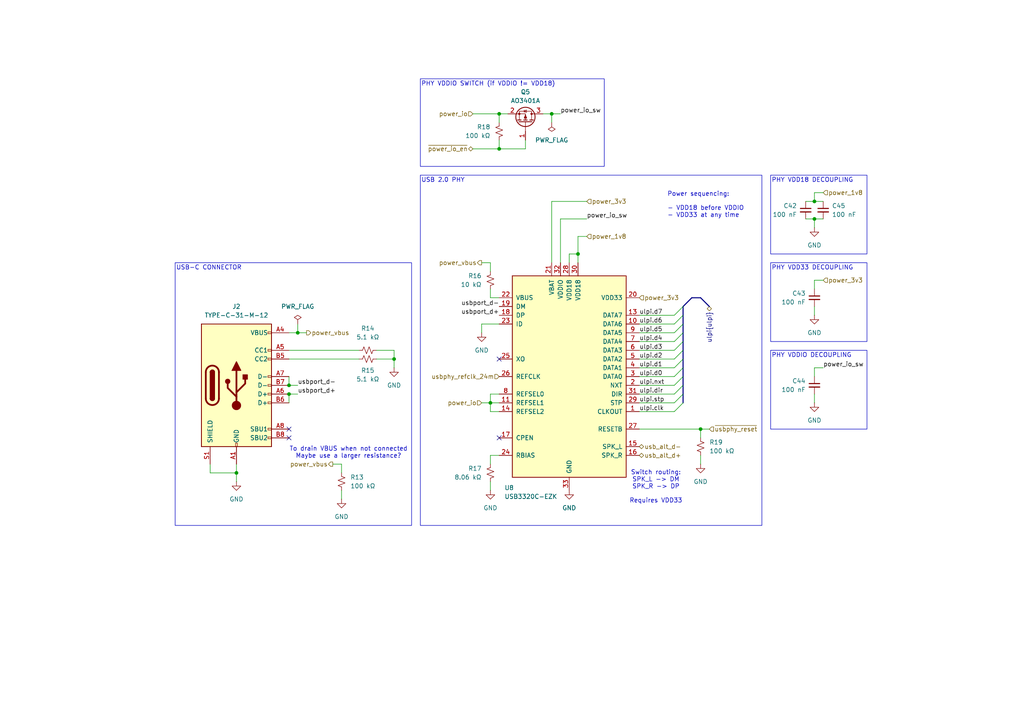
<source format=kicad_sch>
(kicad_sch (version 20250114) (generator "eeschema") (generator_version "9.0")
  (paper "A4")
  (title_block (title "USB 2.0 connector & HS PHY") (date "2024-11-14") (rev "Rev1") (comment 1 "Author: Aidan MacDonald") (comment 2 "Status: Released") (comment 3 "NOT RECOMMENDED FOR MANUFACTURE"))
  (lib_symbols
    (symbol "Connector:USB_C_Receptacle_USB2.0_16P" (pin_names (offset 1.016))
      (property "Reference" "J" (at 0 22.225 0))
      (property "Value" "USB_C_Receptacle_USB2.0_16P" (at 0 19.685 0))
      (symbol "USB_C_Receptacle_USB2.0_16P_0_0"
        (rectangle (start -0.254 -17.78) (end 0.254 -16.764))
        (rectangle (start 10.16 15.494) (end 9.144 14.986))
        (rectangle (start 10.16 10.414) (end 9.144 9.906))
        (rectangle (start 10.16 7.874) (end 9.144 7.366))
        (rectangle (start 10.16 2.794) (end 9.144 2.286))
        (rectangle (start 10.16 0.254) (end 9.144 -0.254))
        (rectangle (start 10.16 -2.286) (end 9.144 -2.794))
        (rectangle (start 10.16 -4.826) (end 9.144 -5.334))
        (rectangle (start 10.16 -12.446) (end 9.144 -12.954))
        (rectangle (start 10.16 -14.986) (end 9.144 -15.494))
      )
      (symbol "USB_C_Receptacle_USB2.0_16P_0_1"
        (rectangle (start -10.16 17.78) (end 10.16 -17.78) (stroke (width 0.254)) (fill (type background)))
        (polyline (pts (xy -8.89 -3.81) (xy -8.89 3.81)) (stroke (width 0.508)))
        (rectangle (start -7.62 -3.81) (end -6.35 3.81) (stroke (width 0.254)) (fill (type outline)))
        (arc (start -7.62 3.81) (mid -6.985 4.4423) (end -6.35 3.81) (stroke (width 0.254)))
        (arc (start -7.62 3.81) (mid -6.985 4.4423) (end -6.35 3.81) (stroke (width 0.254)) (fill (type outline)))
        (arc (start -8.89 3.81) (mid -6.985 5.7067) (end -5.08 3.81) (stroke (width 0.508)))
        (arc (start -5.08 -3.81) (mid -6.985 -5.7067) (end -8.89 -3.81) (stroke (width 0.508)))
        (arc (start -6.35 -3.81) (mid -6.985 -4.4423) (end -7.62 -3.81) (stroke (width 0.254)))
        (arc (start -6.35 -3.81) (mid -6.985 -4.4423) (end -7.62 -3.81) (stroke (width 0.254)) (fill (type outline)))
        (polyline (pts (xy -5.08 3.81) (xy -5.08 -3.81)) (stroke (width 0.508)))
        (circle (center -2.54 1.143) (radius 0.635) (stroke (width 0.254)) (fill (type outline)))
        (polyline (pts (xy -1.27 4.318) (xy 0 6.858) (xy 1.27 4.318) (xy -1.27 4.318)) (stroke (width 0.254)) (fill (type outline)))
        (polyline (pts (xy 0 -2.032) (xy 2.54 0.508) (xy 2.54 1.778)) (stroke (width 0.508)))
        (polyline (pts (xy 0 -3.302) (xy -2.54 -0.762) (xy -2.54 0.508)) (stroke (width 0.508)))
        (polyline (pts (xy 0 -5.842) (xy 0 4.318)) (stroke (width 0.508)))
        (circle (center 0 -5.842) (radius 1.27) (fill (type outline)))
        (rectangle (start 1.905 1.778) (end 3.175 3.048) (stroke (width 0.254)) (fill (type outline)))
      )
      (symbol "USB_C_Receptacle_USB2.0_16P_1_1"
        (pin passive line (at -7.62 -22.86 90) (length 5.08) (name "SHIELD") (number "S1"))
        (pin passive line (at 0 -22.86 90) (length 5.08) (name "GND") (number "A1"))
        (pin passive line (at 0 -22.86 90) (length 5.08) (hide yes) (name "GND") (number "A12"))
        (pin passive line (at 0 -22.86 90) (length 5.08) (hide yes) (name "GND") (number "B1"))
        (pin passive line (at 0 -22.86 90) (length 5.08) (hide yes) (name "GND") (number "B12"))
        (pin passive line (at 15.24 15.24 180) (length 5.08) (name "VBUS") (number "A4"))
        (pin passive line (at 15.24 15.24 180) (length 5.08) (hide yes) (name "VBUS") (number "A9"))
        (pin passive line (at 15.24 15.24 180) (length 5.08) (hide yes) (name "VBUS") (number "B4"))
        (pin passive line (at 15.24 15.24 180) (length 5.08) (hide yes) (name "VBUS") (number "B9"))
        (pin bidirectional line (at 15.24 10.16 180) (length 5.08) (name "CC1") (number "A5"))
        (pin bidirectional line (at 15.24 7.62 180) (length 5.08) (name "CC2") (number "B5"))
        (pin bidirectional line (at 15.24 2.54 180) (length 5.08) (name "D-") (number "A7"))
        (pin bidirectional line (at 15.24 0 180) (length 5.08) (name "D-") (number "B7"))
        (pin bidirectional line (at 15.24 -2.54 180) (length 5.08) (name "D+") (number "A6"))
        (pin bidirectional line (at 15.24 -5.08 180) (length 5.08) (name "D+") (number "B6"))
        (pin bidirectional line (at 15.24 -12.7 180) (length 5.08) (name "SBU1") (number "A8"))
        (pin bidirectional line (at 15.24 -15.24 180) (length 5.08) (name "SBU2") (number "B8"))
      )
    )
    (symbol "Device:C_Small" (pin_numbers (hide yes)) (pin_names (offset 0.254) (hide yes))
      (property "Reference" "C" (at 0.254 1.778 0))
      (property "Value" "C_Small" (at 0.254 -2.032 0))
      (symbol "C_Small_0_1"
        (polyline (pts (xy -1.524 0.508) (xy 1.524 0.508)) (stroke (width 0.3048)))
        (polyline (pts (xy -1.524 -0.508) (xy 1.524 -0.508)) (stroke (width 0.3302)))
      )
      (symbol "C_Small_1_1"
        (pin passive line (at 0 2.54 270) (length 2.032) (name "~") (number "1"))
        (pin passive line (at 0 -2.54 90) (length 2.032) (name "~") (number "2"))
      )
    )
    (symbol "Device:R_Small_US" (pin_numbers (hide yes)) (pin_names (offset 0.254) (hide yes))
      (property "Reference" "R" (at 0.762 0.508 0))
      (property "Value" "R_Small_US" (at 0.762 -1.016 0))
      (symbol "R_Small_US_1_1"
        (polyline (pts (xy 0 1.524) (xy 1.016 1.143) (xy 0 0.762) (xy -1.016 0.381) (xy 0 0)))
        (polyline (pts (xy 0 0) (xy 1.016 -0.381) (xy 0 -0.762) (xy -1.016 -1.143) (xy 0 -1.524)))
        (pin passive line (at 0 2.54 270) (length 1.016) (name "~") (number "1"))
        (pin passive line (at 0 -2.54 90) (length 1.016) (name "~") (number "2"))
      )
    )
    (symbol "Transistor_FET:Q_PMOS_GSD" (pin_names (offset 0) (hide yes))
      (property "Reference" "Q" (at 5.08 1.905 0))
      (property "Value" "Q_PMOS_GSD" (at 5.08 0 0))
      (symbol "Q_PMOS_GSD_0_1"
        (polyline (pts (xy 0.254 1.905) (xy 0.254 -1.905)) (stroke (width 0.254)))
        (polyline (pts (xy 0.254 0) (xy -2.54 0)))
        (polyline (pts (xy 0.762 2.286) (xy 0.762 1.27)) (stroke (width 0.254)))
        (polyline (pts (xy 0.762 1.778) (xy 3.302 1.778) (xy 3.302 -1.778) (xy 0.762 -1.778)))
        (polyline (pts (xy 0.762 0.508) (xy 0.762 -0.508)) (stroke (width 0.254)))
        (polyline (pts (xy 0.762 -1.27) (xy 0.762 -2.286)) (stroke (width 0.254)))
        (circle (center 1.651 0) (radius 2.794) (stroke (width 0.254)))
        (polyline (pts (xy 2.286 0) (xy 1.27 0.381) (xy 1.27 -0.381) (xy 2.286 0)) (fill (type outline)))
        (polyline (pts (xy 2.54 2.54) (xy 2.54 1.778)))
        (circle (center 2.54 1.778) (radius 0.254) (fill (type outline)))
        (circle (center 2.54 -1.778) (radius 0.254) (fill (type outline)))
        (polyline (pts (xy 2.54 -2.54) (xy 2.54 0) (xy 0.762 0)))
        (polyline (pts (xy 2.921 -0.381) (xy 3.683 -0.381)))
        (polyline (pts (xy 3.302 -0.381) (xy 2.921 0.254) (xy 3.683 0.254) (xy 3.302 -0.381)))
      )
      (symbol "Q_PMOS_GSD_1_1"
        (pin input line (at -5.08 0 0) (length 2.54) (name "G") (number "1"))
        (pin passive line (at 2.54 5.08 270) (length 2.54) (name "D") (number "3"))
        (pin passive line (at 2.54 -5.08 90) (length 2.54) (name "S") (number "2"))
      )
    )
    (symbol "echoplayer:USB3320C-EZK" (pin_names (offset 1.016))
      (property "Reference" "U8" (at -18.796 -32.258 0))
      (property "Value" "USB3320C-EZK" (at -18.796 -34.798 0))
      (symbol "USB3320C-EZK_0_1"
        (rectangle (start -16.51 29.21) (end 16.51 -29.21) (stroke (width 0.254)) (fill (type background)))
      )
      (symbol "USB3320C-EZK_1_1"
        (pin passive line (at -20.32 22.86 0) (length 3.81) (name "VBUS") (number "22"))
        (pin bidirectional line (at -20.32 20.32 0) (length 3.81) (name "DM") (number "19"))
        (pin bidirectional line (at -20.32 17.78 0) (length 3.81) (name "DP") (number "18"))
        (pin input line (at -20.32 15.24 0) (length 3.81) (name "ID") (number "23"))
        (pin output line (at -20.32 5.08 0) (length 3.81) (name "XO") (number "25"))
        (pin input line (at -20.32 0 0) (length 3.81) (name "REFCLK") (number "26"))
        (pin input line (at -20.32 -5.08 0) (length 3.81) (name "REFSEL0") (number "8"))
        (pin input line (at -20.32 -7.62 0) (length 3.81) (name "REFSEL1") (number "11"))
        (pin input line (at -20.32 -10.16 0) (length 3.81) (name "REFSEL2") (number "14"))
        (pin output line (at -20.32 -17.78 0) (length 3.81) (name "CPEN") (number "17"))
        (pin passive line (at -20.32 -22.86 0) (length 3.81) (name "RBIAS") (number "24"))
        (pin power_in line (at -5.08 33.02 270) (length 3.81) (name "VBAT") (number "21"))
        (pin power_in line (at -2.54 33.02 270) (length 3.81) (name "VDDIO") (number "32"))
        (pin no_connect line (at -2.54 -29.21 90) (length 3.81) (hide yes) (name "NC") (number "12"))
        (pin power_in line (at 0 33.02 270) (length 3.81) (name "VDD18") (number "28"))
        (pin power_in line (at 0 -33.02 90) (length 3.81) (name "GND") (number "33"))
        (pin power_in line (at 2.54 33.02 270) (length 3.81) (name "VDD18") (number "30"))
        (pin power_in line (at 20.32 22.86 180) (length 3.81) (name "VDD33") (number "20"))
        (pin bidirectional line (at 20.32 17.78 180) (length 3.81) (name "DATA7") (number "13"))
        (pin bidirectional line (at 20.32 15.24 180) (length 3.81) (name "DATA6") (number "10"))
        (pin bidirectional line (at 20.32 12.7 180) (length 3.81) (name "DATA5") (number "9"))
        (pin bidirectional line (at 20.32 10.16 180) (length 3.81) (name "DATA4") (number "7"))
        (pin bidirectional line (at 20.32 7.62 180) (length 3.81) (name "DATA3") (number "6"))
        (pin bidirectional line (at 20.32 5.08 180) (length 3.81) (name "DATA2") (number "5"))
        (pin bidirectional line (at 20.32 2.54 180) (length 3.81) (name "DATA1") (number "4"))
        (pin bidirectional line (at 20.32 0 180) (length 3.81) (name "DATA0") (number "3"))
        (pin output line (at 20.32 -2.54 180) (length 3.81) (name "NXT") (number "2"))
        (pin output line (at 20.32 -5.08 180) (length 3.81) (name "DIR") (number "31"))
        (pin input line (at 20.32 -7.62 180) (length 3.81) (name "STP") (number "29"))
        (pin output line (at 20.32 -10.16 180) (length 3.81) (name "CLKOUT") (number "1"))
        (pin input line (at 20.32 -15.24 180) (length 3.81) (name "RESETB") (number "27"))
        (pin passive line (at 20.32 -20.32 180) (length 3.81) (name "SPK_L") (number "15"))
        (pin passive line (at 20.32 -22.86 180) (length 3.81) (name "SPK_R") (number "16"))
      )
    )
    (symbol "power:GND" (power) (pin_numbers (hide yes)) (pin_names (offset 0) (hide yes))
      (property "Value" "GND" (at 0 -3.81 0))
      (symbol "GND_0_1"
        (polyline (pts (xy 0 0) (xy 0 -1.27) (xy 1.27 -1.27) (xy 0 -2.54) (xy -1.27 -1.27) (xy 0 -1.27)))
      )
      (symbol "GND_1_1"
        (pin power_in line (at 0 0 270) (length 0) (name "~") (number "1"))
      )
    )
    (symbol "power:PWR_FLAG" (power) (pin_numbers (hide yes)) (pin_names (offset 0) (hide yes))
      (property "Value" "PWR_FLAG" (at 0 3.81 0))
      (symbol "PWR_FLAG_0_0"
        (pin power_out line (at 0 0 90) (length 0) (name "~") (number "1"))
      )
      (symbol "PWR_FLAG_0_1"
        (polyline (pts (xy 0 0) (xy 0 1.27) (xy -1.016 1.905) (xy 0 2.54) (xy 1.016 1.905) (xy 0 1.27)))
      )
    )
  )
  (rectangle (start 121.92 50.8) (end 220.98 152.4))
  (rectangle (start 223.52 101.6) (end 251.46 124.46))
  (rectangle (start 223.52 76.2) (end 251.46 99.06))
  (rectangle (start 121.92 22.86) (end 175.26 48.26))
  (rectangle (start 223.52 50.8) (end 251.46 73.66))
  (rectangle (start 50.8 76.2) (end 119.38 152.4))
  (text "USB 2.0 PHY" (at 122.174 52.324 0) (effects (font (size 1.27 1.27)) (justify left)))
  (text "Switch routing:\nSPK_L -> DM\nSPK_R -> DP\n\nRequires VDD33" (at 190.246 141.224 0) (effects (font (size 1.27 1.27))))
  (text "To drain VBUS when not connected\nMaybe use a larger resistance?" (at 101.092 131.318 0) (effects (font (size 1.27 1.27))))
  (text "USB-C CONNECTOR" (at 51.054 77.724 0) (effects (font (size 1.27 1.27)) (justify left)))
  (text "PHY VDDIO DECOUPLING" (at 223.774 103.124 0) (effects (font (size 1.27 1.27)) (justify left)))
  (text "PHY VDD33 DECOUPLING" (at 223.774 77.724 0) (effects (font (size 1.27 1.27)) (justify left)))
  (text "PHY VDD18 DECOUPLING" (at 223.774 52.324 0) (effects (font (size 1.27 1.27)) (justify left)))
  (text "Power sequencing:\n\n- VDD18 before VDDIO\n- VDD33 at any time" (at 193.548 59.436 0) (effects (font (size 1.27 1.27)) (justify left)))
  (text "PHY VDDIO SWITCH (if VDDIO != VDD18)" (at 122.174 24.384 0) (effects (font (size 1.27 1.27)) (justify left)))
  (junction (at 83.82 114.3))
  (junction (at 83.82 111.76))
  (junction (at 114.3 104.14))
  (junction (at 160.02 33.02))
  (junction (at 236.22 58.42))
  (junction (at 86.36 96.52))
  (junction (at 236.22 63.5))
  (junction (at 144.78 33.02))
  (junction (at 167.64 73.66))
  (junction (at 203.2 124.46))
  (junction (at 142.24 116.84))
  (junction (at 144.78 43.18))
  (junction (at 68.58 137.16))
  (no_connect (at 83.82 124.46))
  (no_connect (at 144.78 127))
  (no_connect (at 144.78 104.14))
  (no_connect (at 83.82 127))
  (bus_entry (at 195.58 116.84) (size 2.54 -2.54))
  (bus_entry (at 195.58 106.68) (size 2.54 -2.54))
  (bus_entry (at 195.58 93.98) (size 2.54 -2.54))
  (bus_entry (at 195.58 101.6) (size 2.54 -2.54))
  (bus_entry (at 195.58 119.38) (size 2.54 -2.54))
  (bus_entry (at 195.58 96.52) (size 2.54 -2.54))
  (bus_entry (at 195.58 114.3) (size 2.54 -2.54))
  (bus_entry (at 195.58 109.22) (size 2.54 -2.54))
  (bus_entry (at 195.58 111.76) (size 2.54 -2.54))
  (bus_entry (at 195.58 91.44) (size 2.54 -2.54))
  (bus_entry (at 195.58 104.14) (size 2.54 -2.54))
  (bus_entry (at 195.58 99.06) (size 2.54 -2.54))
  (bus (pts (xy 200.66 86.36) (xy 203.2 86.36)))
  (bus (pts (xy 198.12 111.76) (xy 198.12 114.3)))
  (wire (pts (xy 60.96 134.62) (xy 60.96 137.16)))
  (wire (pts (xy 144.78 93.98) (xy 139.7 93.98)))
  (wire (pts (xy 162.56 63.5) (xy 162.56 76.2)))
  (wire (pts (xy 236.22 58.42) (xy 238.76 58.42)))
  (wire (pts (xy 142.24 116.84) (xy 139.7 116.84)))
  (wire (pts (xy 195.58 109.22) (xy 185.42 109.22)))
  (wire (pts (xy 83.82 111.76) (xy 86.36 111.76)))
  (wire (pts (xy 142.24 139.7) (xy 142.24 142.24)))
  (wire (pts (xy 236.22 81.28) (xy 236.22 83.82)))
  (wire (pts (xy 152.4 40.64) (xy 152.4 43.18)))
  (wire (pts (xy 83.82 104.14) (xy 104.14 104.14)))
  (wire (pts (xy 195.58 111.76) (xy 185.42 111.76)))
  (wire (pts (xy 236.22 116.84) (xy 236.22 114.3)))
  (wire (pts (xy 195.58 114.3) (xy 185.42 114.3)))
  (wire (pts (xy 233.68 63.5) (xy 236.22 63.5)))
  (wire (pts (xy 205.74 124.46) (xy 203.2 124.46)))
  (bus (pts (xy 198.12 101.6) (xy 198.12 104.14)))
  (wire (pts (xy 162.56 63.5) (xy 170.18 63.5)))
  (wire (pts (xy 139.7 93.98) (xy 139.7 96.52)))
  (wire (pts (xy 165.1 73.66) (xy 165.1 76.2)))
  (wire (pts (xy 236.22 106.68) (xy 236.22 109.22)))
  (wire (pts (xy 109.22 101.6) (xy 114.3 101.6)))
  (wire (pts (xy 160.02 33.02) (xy 162.56 33.02)))
  (bus (pts (xy 198.12 93.98) (xy 198.12 96.52)))
  (bus (pts (xy 198.12 96.52) (xy 198.12 99.06)))
  (wire (pts (xy 160.02 58.42) (xy 160.02 76.2)))
  (wire (pts (xy 83.82 114.3) (xy 86.36 114.3)))
  (wire (pts (xy 144.78 86.36) (xy 142.24 86.36)))
  (wire (pts (xy 142.24 119.38) (xy 142.24 116.84)))
  (wire (pts (xy 142.24 78.74) (xy 142.24 76.2)))
  (bus (pts (xy 198.12 114.3) (xy 198.12 116.84)))
  (wire (pts (xy 236.22 63.5) (xy 238.76 63.5)))
  (wire (pts (xy 195.58 104.14) (xy 185.42 104.14)))
  (wire (pts (xy 195.58 106.68) (xy 185.42 106.68)))
  (wire (pts (xy 137.16 33.02) (xy 144.78 33.02)))
  (wire (pts (xy 160.02 33.02) (xy 160.02 35.56)))
  (wire (pts (xy 236.22 81.28) (xy 238.76 81.28)))
  (wire (pts (xy 68.58 137.16) (xy 68.58 139.7)))
  (wire (pts (xy 139.7 76.2) (xy 142.24 76.2)))
  (bus (pts (xy 198.12 91.44) (xy 198.12 93.98)))
  (wire (pts (xy 236.22 106.68) (xy 238.76 106.68)))
  (wire (pts (xy 142.24 114.3) (xy 142.24 116.84)))
  (bus (pts (xy 203.2 86.36) (xy 205.74 88.9)))
  (wire (pts (xy 233.68 58.42) (xy 236.22 58.42)))
  (wire (pts (xy 144.78 132.08) (xy 142.24 132.08)))
  (wire (pts (xy 142.24 116.84) (xy 144.78 116.84)))
  (wire (pts (xy 167.64 73.66) (xy 165.1 73.66)))
  (wire (pts (xy 86.36 93.98) (xy 86.36 96.52)))
  (wire (pts (xy 144.78 119.38) (xy 142.24 119.38)))
  (wire (pts (xy 142.24 83.82) (xy 142.24 86.36)))
  (wire (pts (xy 160.02 58.42) (xy 170.18 58.42)))
  (wire (pts (xy 144.78 43.18) (xy 137.16 43.18)))
  (wire (pts (xy 144.78 33.02) (xy 144.78 35.56)))
  (wire (pts (xy 195.58 96.52) (xy 185.42 96.52)))
  (wire (pts (xy 144.78 33.02) (xy 147.32 33.02)))
  (bus (pts (xy 198.12 88.9) (xy 200.66 86.36)))
  (wire (pts (xy 60.96 137.16) (xy 68.58 137.16)))
  (wire (pts (xy 203.2 132.08) (xy 203.2 134.62)))
  (wire (pts (xy 236.22 55.88) (xy 236.22 58.42)))
  (wire (pts (xy 114.3 104.14) (xy 109.22 104.14)))
  (wire (pts (xy 83.82 109.22) (xy 83.82 111.76)))
  (wire (pts (xy 83.82 101.6) (xy 104.14 101.6)))
  (wire (pts (xy 144.78 114.3) (xy 142.24 114.3)))
  (wire (pts (xy 195.58 119.38) (xy 185.42 119.38)))
  (wire (pts (xy 83.82 116.84) (xy 83.82 114.3)))
  (wire (pts (xy 167.64 68.58) (xy 170.18 68.58)))
  (wire (pts (xy 167.64 76.2) (xy 167.64 73.66)))
  (bus (pts (xy 198.12 88.9) (xy 198.12 91.44)))
  (wire (pts (xy 83.82 96.52) (xy 86.36 96.52)))
  (bus (pts (xy 198.12 99.06) (xy 198.12 101.6)))
  (wire (pts (xy 142.24 132.08) (xy 142.24 134.62)))
  (wire (pts (xy 195.58 91.44) (xy 185.42 91.44)))
  (wire (pts (xy 152.4 43.18) (xy 144.78 43.18)))
  (wire (pts (xy 203.2 124.46) (xy 203.2 127)))
  (wire (pts (xy 86.36 96.52) (xy 88.9 96.52)))
  (wire (pts (xy 236.22 91.44) (xy 236.22 88.9)))
  (wire (pts (xy 195.58 93.98) (xy 185.42 93.98)))
  (wire (pts (xy 99.06 142.24) (xy 99.06 144.78)))
  (wire (pts (xy 114.3 101.6) (xy 114.3 104.14)))
  (wire (pts (xy 68.58 134.62) (xy 68.58 137.16)))
  (wire (pts (xy 167.64 73.66) (xy 167.64 68.58)))
  (wire (pts (xy 99.06 137.16) (xy 99.06 134.62)))
  (wire (pts (xy 236.22 66.04) (xy 236.22 63.5)))
  (wire (pts (xy 144.78 40.64) (xy 144.78 43.18)))
  (wire (pts (xy 203.2 124.46) (xy 185.42 124.46)))
  (bus (pts (xy 198.12 109.22) (xy 198.12 111.76)))
  (wire (pts (xy 236.22 55.88) (xy 238.76 55.88)))
  (wire (pts (xy 195.58 101.6) (xy 185.42 101.6)))
  (bus (pts (xy 198.12 104.14) (xy 198.12 106.68)))
  (wire (pts (xy 195.58 116.84) (xy 185.42 116.84)))
  (wire (pts (xy 157.48 33.02) (xy 160.02 33.02)))
  (wire (pts (xy 195.58 99.06) (xy 185.42 99.06)))
  (bus (pts (xy 198.12 106.68) (xy 198.12 109.22)))
  (wire (pts (xy 114.3 106.68) (xy 114.3 104.14)))
  (wire (pts (xy 99.06 134.62) (xy 96.52 134.62)))
  (label "ulpi.d2" (at 185.42 104.14 0))
  (label "ulpi.clk" (at 185.42 119.38 0))
  (label "ulpi.d6" (at 185.42 93.98 0))
  (label "usbport_d-" (at 144.78 88.9 180))
  (label "power_io_sw" (at 162.56 33.02 0))
  (label "power_io_sw" (at 170.18 63.5 0))
  (label "ulpi.d3" (at 185.42 101.6 0))
  (label "ulpi.d1" (at 185.42 106.68 0))
  (label "usbport_d+" (at 86.36 114.3 0))
  (label "ulpi.d0" (at 185.42 109.22 0))
  (label "ulpi.d4" (at 185.42 99.06 0))
  (label "ulpi.dir" (at 185.42 114.3 0))
  (label "ulpi.d5" (at 185.42 96.52 0))
  (label "ulpi.nxt" (at 185.42 111.76 0))
  (label "ulpi.d7" (at 185.42 91.44 0))
  (label "usbport_d+" (at 144.78 91.44 180))
  (label "ulpi.stp" (at 185.42 116.84 0))
  (label "power_io_sw" (at 238.76 106.68 0))
  (label "usbport_d-" (at 86.36 111.76 0))
  (hierarchical_label "power_1v8" (shape input) (at 238.76 55.88 0))
  (hierarchical_label "power_io" (shape input) (at 137.16 33.02 180))
  (hierarchical_label "~{usbphy_reset}" (shape input) (at 205.74 124.46 0))
  (hierarchical_label "usbphy_refclk_24m" (shape input) (at 144.78 109.22 180))
  (hierarchical_label "~{power_io_en}" (shape tri_state) (at 137.16 43.18 180))
  (hierarchical_label "usb_alt_d+" (shape bidirectional) (at 185.42 132.08 0))
  (hierarchical_label "ulpi{ulpi}" (shape bidirectional) (at 205.74 88.9 270))
  (hierarchical_label "power_1v8" (shape input) (at 170.18 68.58 0))
  (hierarchical_label "power_3v3" (shape input) (at 170.18 58.42 0))
  (hierarchical_label "usb_alt_d-" (shape bidirectional) (at 185.42 129.54 0))
  (hierarchical_label "power_3v3" (shape input) (at 238.76 81.28 0))
  (hierarchical_label "power_3v3" (shape input) (at 185.42 86.36 0))
  (hierarchical_label "power_vbus" (shape output) (at 139.7 76.2 180))
  (hierarchical_label "power_vbus" (shape output) (at 96.52 134.62 180))
  (hierarchical_label "power_io" (shape input) (at 139.7 116.84 180))
  (hierarchical_label "power_vbus" (shape output) (at 88.9 96.52 0))
  (symbol (lib_id "Device:R_Small_US") (at 142.24 81.28 0) (mirror x) (unit 1)
    (property "Reference" "R16" (at 139.7 80.0099 0) (effects (justify right)))
    (property "Value" "10 kΩ" (at 139.7 82.5499 0) (effects (justify right)))
    (property "Footprint" "Resistor_SMD:R_0402_1005Metric" (effects (hide yes)))
    (property "Description" "Resistor, small US symbol" (effects (hide yes)))
    (property "LCSC#" "C60490" (effects (hide yes)))
  )
  (symbol (lib_id "Device:R_Small_US") (at 106.68 101.6 90) (unit 1)
    (property "Reference" "R14" (at 106.68 95.25 90))
    (property "Value" "5.1 kΩ" (at 106.68 97.79 90))
    (property "Footprint" "Resistor_SMD:R_0402_1005Metric" (effects (hide yes)))
    (property "Description" "Resistor, small US symbol" (effects (hide yes)))
    (property "LCSC#" "C25905" (effects (hide yes)))
  )
  (symbol (lib_id "Device:R_Small_US") (at 203.2 129.54 0) (unit 1)
    (property "Reference" "R19" (at 205.74 128.2699 0) (effects (justify left)))
    (property "Value" "100 kΩ" (at 205.74 130.8099 0) (effects (justify left)))
    (property "Footprint" "Resistor_SMD:R_0402_1005Metric" (effects (hide yes)))
    (property "Description" "Resistor, small US symbol" (effects (hide yes)))
    (property "LCSC#" "C60491" (effects (hide yes)))
  )
  (symbol (lib_id "echoplayer:USB3320C-EZK") (at 165.1 109.22 0) (unit 1)
    (property "Reference" "U8" (at 146.304 141.478 0) (effects (justify left)))
    (property "Value" "USB3320C-EZK" (at 146.304 144.018 0) (effects (justify left)))
    (property "Footprint" "Package_DFN_QFN:QFN-32-1EP_5x5mm_P0.5mm_EP3.1x3.1mm_ThermalVias" (effects (hide yes)))
    (property "Datasheet" "https://ww1.microchip.com/downloads/aemDocuments/documents/UNG/ProductDocuments/DataSheets/USB3320-Data-Sheet-DS00001792.pdf" (effects (hide yes)))
    (property "Description" "Hi-Speed USB Host, Device or OTG PHY with ULPI Interface" (effects (hide yes)))
    (property "LCSC#" "C132156" (effects (hide yes)))
  )
  (symbol (lib_id "power:GND") (at 236.22 91.44 0) (unit 1)
    (property "Reference" "#PWR038" (effects (hide yes)))
    (property "Value" "GND" (at 236.22 96.52 0))
    (property "Description" "Power symbol creates a global label with name \"GND\" , ground" (effects (hide yes)))
  )
  (symbol (lib_id "Device:C_Small") (at 236.22 86.36 0) (mirror y) (unit 1)
    (property "Reference" "C43" (at 233.68 85.0962 0) (effects (justify left)))
    (property "Value" "100 nF" (at 233.68 87.6362 0) (effects (justify left)))
    (property "Footprint" "Capacitor_SMD:C_0402_1005Metric" (effects (hide yes)))
    (property "Description" "Unpolarized capacitor, small symbol" (effects (hide yes)))
    (property "LCSC#" "C77020" (effects (hide yes)))
  )
  (symbol (lib_id "power:GND") (at 114.3 106.68 0) (unit 1)
    (property "Reference" "#PWR032" (effects (hide yes)))
    (property "Value" "GND" (at 114.3 111.76 0))
    (property "Description" "Power symbol creates a global label with name \"GND\" , ground" (effects (hide yes)))
  )
  (symbol (lib_id "Device:R_Small_US") (at 106.68 104.14 90) (unit 1)
    (property "Reference" "R15" (at 106.68 107.442 90))
    (property "Value" "5.1 kΩ" (at 106.68 109.982 90))
    (property "Footprint" "Resistor_SMD:R_0402_1005Metric" (effects (hide yes)))
    (property "Description" "Resistor, small US symbol" (effects (hide yes)))
    (property "LCSC#" "C25905" (effects (hide yes)))
  )
  (symbol (lib_id "Device:C_Small") (at 238.76 60.96 0) (unit 1)
    (property "Reference" "C45" (at 241.3 59.6962 0) (effects (justify left)))
    (property "Value" "100 nF" (at 241.3 62.2362 0) (effects (justify left)))
    (property "Footprint" "Capacitor_SMD:C_0402_1005Metric" (effects (hide yes)))
    (property "Description" "Unpolarized capacitor, small symbol" (effects (hide yes)))
    (property "LCSC#" "C77020" (effects (hide yes)))
  )
  (symbol (lib_id "Device:C_Small") (at 233.68 60.96 0) (mirror y) (unit 1)
    (property "Reference" "C42" (at 231.14 59.6962 0) (effects (justify left)))
    (property "Value" "100 nF" (at 231.14 62.2362 0) (effects (justify left)))
    (property "Footprint" "Capacitor_SMD:C_0402_1005Metric" (effects (hide yes)))
    (property "Description" "Unpolarized capacitor, small symbol" (effects (hide yes)))
    (property "LCSC#" "C77020" (effects (hide yes)))
  )
  (symbol (lib_id "power:GND") (at 236.22 116.84 0) (unit 1)
    (property "Reference" "#PWR039" (effects (hide yes)))
    (property "Value" "GND" (at 236.22 121.92 0))
    (property "Description" "Power symbol creates a global label with name \"GND\" , ground" (effects (hide yes)))
  )
  (symbol (lib_id "Device:R_Small_US") (at 142.24 137.16 0) (mirror x) (unit 1)
    (property "Reference" "R17" (at 139.7 135.8899 0) (effects (justify right)))
    (property "Value" "8.06 kΩ" (at 139.7 138.4299 0) (effects (justify right)))
    (property "Footprint" "Resistor_SMD:R_0402_1005Metric" (effects (hide yes)))
    (property "Description" "Resistor, small US symbol" (effects (hide yes)))
    (property "LCSC#" "C276278" (effects (hide yes)))
  )
  (symbol (lib_id "Transistor_FET:Q_PMOS_GSD") (at 152.4 35.56 270) (mirror x) (unit 1)
    (property "Reference" "Q5" (at 152.4 26.67 90))
    (property "Value" "AO3401A" (at 152.4 29.21 90))
    (property "Footprint" "Package_TO_SOT_SMD:SOT-23" (effects (hide yes)))
    (property "Datasheet" "https://www.lcsc.com/datasheet/lcsc_datasheet_2311091734_UMW-Youtai-Semiconductor-Co---Ltd--AO3401A_C347476.pdf" (effects (hide yes)))
    (property "Description" "P-MOSFET transistor, gate/source/drain" (effects (hide yes)))
    (property "LCSC#" "C347476" (effects (hide yes)))
  )
  (symbol (lib_id "power:PWR_FLAG") (at 86.36 93.98 0) (unit 1)
    (property "Reference" "#FLG03" (effects (hide yes)))
    (property "Value" "PWR_FLAG" (at 86.36 88.9 0))
    (property "Description" "Special symbol for telling ERC where power comes from" (effects (hide yes)))
  )
  (symbol (lib_id "power:PWR_FLAG") (at 160.02 35.56 180) (unit 1)
    (property "Reference" "#FLG04" (effects (hide yes)))
    (property "Value" "PWR_FLAG" (at 160.02 40.64 0))
    (property "Description" "Special symbol for telling ERC where power comes from" (effects (hide yes)))
  )
  (symbol (lib_id "power:GND") (at 99.06 144.78 0) (unit 1)
    (property "Reference" "#PWR031" (effects (hide yes)))
    (property "Value" "GND" (at 99.06 149.86 0))
    (property "Description" "Power symbol creates a global label with name \"GND\" , ground" (effects (hide yes)))
  )
  (symbol (lib_id "power:GND") (at 142.24 142.24 0) (unit 1)
    (property "Reference" "#PWR034" (effects (hide yes)))
    (property "Value" "GND" (at 142.24 147.32 0))
    (property "Description" "Power symbol creates a global label with name \"GND\" , ground" (effects (hide yes)))
  )
  (symbol (lib_id "power:GND") (at 68.58 139.7 0) (unit 1)
    (property "Reference" "#PWR030" (effects (hide yes)))
    (property "Value" "GND" (at 68.58 144.78 0))
    (property "Description" "Power symbol creates a global label with name \"GND\" , ground" (effects (hide yes)))
  )
  (symbol (lib_id "power:GND") (at 139.7 96.52 0) (unit 1)
    (property "Reference" "#PWR033" (effects (hide yes)))
    (property "Value" "GND" (at 139.7 101.6 0))
    (property "Description" "Power symbol creates a global label with name \"GND\" , ground" (effects (hide yes)))
  )
  (symbol (lib_id "Device:C_Small") (at 236.22 111.76 0) (mirror y) (unit 1)
    (property "Reference" "C44" (at 233.68 110.4962 0) (effects (justify left)))
    (property "Value" "100 nF" (at 233.68 113.0362 0) (effects (justify left)))
    (property "Footprint" "Capacitor_SMD:C_0402_1005Metric" (effects (hide yes)))
    (property "Description" "Unpolarized capacitor, small symbol" (effects (hide yes)))
    (property "LCSC#" "C77020" (effects (hide yes)))
  )
  (symbol (lib_id "power:GND") (at 236.22 66.04 0) (unit 1)
    (property "Reference" "#PWR037" (effects (hide yes)))
    (property "Value" "GND" (at 236.22 71.12 0))
    (property "Description" "Power symbol creates a global label with name \"GND\" , ground" (effects (hide yes)))
  )
  (symbol (lib_id "Device:R_Small_US") (at 144.78 38.1 0) (mirror y) (unit 1)
    (property "Reference" "R18" (at 142.24 36.8299 0) (effects (justify left)))
    (property "Value" "100 kΩ" (at 142.24 39.3699 0) (effects (justify left)))
    (property "Footprint" "Resistor_SMD:R_0402_1005Metric" (effects (hide yes)))
    (property "Description" "Resistor, small US symbol" (effects (hide yes)))
    (property "LCSC#" "C60491" (effects (hide yes)))
  )
  (symbol (lib_id "power:GND") (at 165.1 142.24 0) (unit 1)
    (property "Reference" "#PWR035" (effects (hide yes)))
    (property "Value" "GND" (at 165.1 147.32 0))
    (property "Description" "Power symbol creates a global label with name \"GND\" , ground" (effects (hide yes)))
  )
  (symbol (lib_id "Connector:USB_C_Receptacle_USB2.0_16P") (at 68.58 111.76 0) (unit 1)
    (property "Reference" "J2" (at 68.58 88.9 0))
    (property "Value" "TYPE-C-31-M-12" (at 68.58 91.44 0))
    (property "Footprint" "echoplayer:USB_C-Hroparts-TYPE-C-31-M-12" (effects (hide yes)))
    (property "Datasheet" "https://www.lcsc.com/datasheet/lcsc_datasheet_2410010003_Korean-Hroparts-Elec-TYPE-C-31-M-12_C165948.pdf" (effects (hide yes)))
    (property "Description" "USB 2.0-only 16P Type-C Receptacle connector" (effects (hide yes)))
    (property "LCSC#" "C165948" (effects (hide yes)))
  )
  (symbol (lib_id "power:GND") (at 203.2 134.62 0) (unit 1)
    (property "Reference" "#PWR036" (effects (hide yes)))
    (property "Value" "GND" (at 203.2 139.7 0))
    (property "Description" "Power symbol creates a global label with name \"GND\" , ground" (effects (hide yes)))
  )
  (symbol (lib_id "Device:R_Small_US") (at 99.06 139.7 0) (unit 1)
    (property "Reference" "R13" (at 101.6 138.4299 0) (effects (justify left)))
    (property "Value" "100 kΩ" (at 101.6 140.9699 0) (effects (justify left)))
    (property "Footprint" "Resistor_SMD:R_0402_1005Metric" (effects (hide yes)))
    (property "Description" "Resistor, small US symbol" (effects (hide yes)))
    (property "LCSC#" "C60491" (effects (hide yes)))
  )
)
</source>
